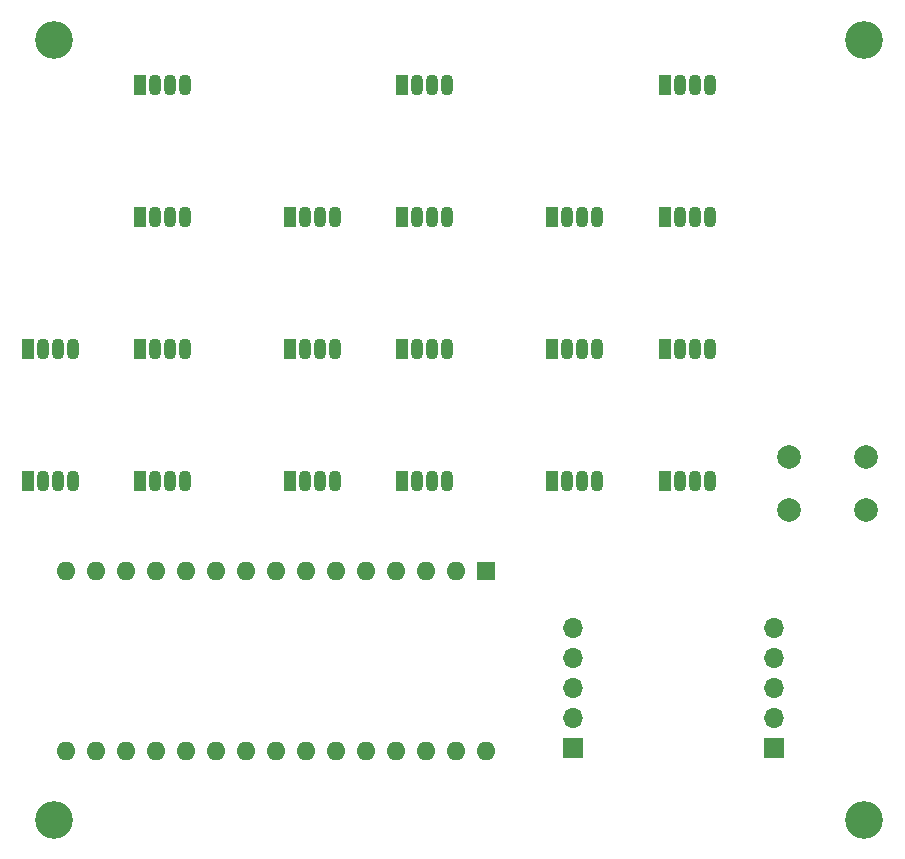
<source format=gbr>
%TF.GenerationSoftware,KiCad,Pcbnew,7.0.10-1.fc39*%
%TF.CreationDate,2024-02-18T17:05:32+01:00*%
%TF.ProjectId,BinaryClock,42696e61-7279-4436-9c6f-636b2e6b6963,rev?*%
%TF.SameCoordinates,Original*%
%TF.FileFunction,Soldermask,Bot*%
%TF.FilePolarity,Negative*%
%FSLAX46Y46*%
G04 Gerber Fmt 4.6, Leading zero omitted, Abs format (unit mm)*
G04 Created by KiCad (PCBNEW 7.0.10-1.fc39) date 2024-02-18 17:05:32*
%MOMM*%
%LPD*%
G01*
G04 APERTURE LIST*
%ADD10R,1.700000X1.700000*%
%ADD11O,1.700000X1.700000*%
%ADD12O,1.070000X1.800000*%
%ADD13R,1.070000X1.800000*%
%ADD14R,1.600000X1.600000*%
%ADD15O,1.600000X1.600000*%
%ADD16C,2.000000*%
%ADD17C,3.200000*%
G04 APERTURE END LIST*
D10*
%TO.C,J2*%
X142240000Y-92964000D03*
D11*
X142240000Y-90424000D03*
X142240000Y-87884000D03*
X142240000Y-85344000D03*
X142240000Y-82804000D03*
%TD*%
D12*
%TO.C,D7*%
X127254000Y-48006000D03*
D13*
X123444000Y-48006000D03*
D12*
X125984000Y-48006000D03*
X124714000Y-48006000D03*
%TD*%
D14*
%TO.C,A1*%
X117856000Y-77978000D03*
D15*
X115316000Y-77978000D03*
X112776000Y-77978000D03*
X110236000Y-77978000D03*
X107696000Y-77978000D03*
X105156000Y-77978000D03*
X102616000Y-77978000D03*
X100076000Y-77978000D03*
X97536000Y-77978000D03*
X94996000Y-77978000D03*
X92456000Y-77978000D03*
X89916000Y-77978000D03*
X87376000Y-77978000D03*
X84836000Y-77978000D03*
X82296000Y-77978000D03*
X82296000Y-93218000D03*
X84836000Y-93218000D03*
X87376000Y-93218000D03*
X89916000Y-93218000D03*
X92456000Y-93218000D03*
X94996000Y-93218000D03*
X97536000Y-93218000D03*
X100076000Y-93218000D03*
X102616000Y-93218000D03*
X105156000Y-93218000D03*
X107696000Y-93218000D03*
X110236000Y-93218000D03*
X112776000Y-93218000D03*
X115316000Y-93218000D03*
X117856000Y-93218000D03*
%TD*%
D12*
%TO.C,D17*%
X92349000Y-48006000D03*
D13*
X88539000Y-48006000D03*
D12*
X91079000Y-48006000D03*
X89809000Y-48006000D03*
%TD*%
%TO.C,D8*%
X114554000Y-70358000D03*
D13*
X110744000Y-70358000D03*
D12*
X113284000Y-70358000D03*
X112014000Y-70358000D03*
%TD*%
%TO.C,D1*%
X136759000Y-70358000D03*
D13*
X132949000Y-70358000D03*
D12*
X135489000Y-70358000D03*
X134219000Y-70358000D03*
%TD*%
%TO.C,D18*%
X92349000Y-36830000D03*
D13*
X88539000Y-36830000D03*
D12*
X91079000Y-36830000D03*
X89809000Y-36830000D03*
%TD*%
D16*
%TO.C,SW1*%
X143510000Y-68326000D03*
X150010000Y-68326000D03*
X143510000Y-72826000D03*
X150010000Y-72826000D03*
%TD*%
D17*
%TO.C,REF\u002A\u002A*%
X81280000Y-99060000D03*
%TD*%
D12*
%TO.C,D14*%
X105049000Y-48006000D03*
D13*
X101239000Y-48006000D03*
D12*
X103779000Y-48006000D03*
X102509000Y-48006000D03*
%TD*%
%TO.C,D2*%
X136759000Y-59182000D03*
D13*
X132949000Y-59182000D03*
D12*
X135489000Y-59182000D03*
X134219000Y-59182000D03*
%TD*%
D17*
%TO.C,REF\u002A\u002A*%
X149860000Y-33020000D03*
%TD*%
D12*
%TO.C,D6*%
X127254000Y-59182000D03*
D13*
X123444000Y-59182000D03*
D12*
X125984000Y-59182000D03*
X124714000Y-59182000D03*
%TD*%
%TO.C,D3*%
X136759000Y-48006000D03*
D13*
X132949000Y-48006000D03*
D12*
X135489000Y-48006000D03*
X134219000Y-48006000D03*
%TD*%
%TO.C,D4*%
X136759000Y-36830000D03*
D13*
X132949000Y-36830000D03*
D12*
X135489000Y-36830000D03*
X134219000Y-36830000D03*
%TD*%
%TO.C,D11*%
X114554000Y-36830000D03*
D13*
X110744000Y-36830000D03*
D12*
X113284000Y-36830000D03*
X112014000Y-36830000D03*
%TD*%
%TO.C,D16*%
X92352000Y-59182000D03*
D13*
X88542000Y-59182000D03*
D12*
X91082000Y-59182000D03*
X89812000Y-59182000D03*
%TD*%
%TO.C,D20*%
X82852000Y-59182000D03*
D13*
X79042000Y-59182000D03*
D12*
X81582000Y-59182000D03*
X80312000Y-59182000D03*
%TD*%
%TO.C,D12*%
X105052000Y-70358000D03*
D13*
X101242000Y-70358000D03*
D12*
X103782000Y-70358000D03*
X102512000Y-70358000D03*
%TD*%
%TO.C,D5*%
X127254000Y-70358000D03*
D13*
X123444000Y-70358000D03*
D12*
X125984000Y-70358000D03*
X124714000Y-70358000D03*
%TD*%
D17*
%TO.C,REF\u002A\u002A*%
X81280000Y-33020000D03*
%TD*%
D12*
%TO.C,D15*%
X92352000Y-70358000D03*
D13*
X88542000Y-70358000D03*
D12*
X91082000Y-70358000D03*
X89812000Y-70358000D03*
%TD*%
%TO.C,D13*%
X105052000Y-59182000D03*
D13*
X101242000Y-59182000D03*
D12*
X103782000Y-59182000D03*
X102512000Y-59182000D03*
%TD*%
%TO.C,D9*%
X114554000Y-59182000D03*
D13*
X110744000Y-59182000D03*
D12*
X113284000Y-59182000D03*
X112014000Y-59182000D03*
%TD*%
D17*
%TO.C,REF\u002A\u002A*%
X149860000Y-99060000D03*
%TD*%
D10*
%TO.C,J1*%
X125222000Y-92964000D03*
D11*
X125222000Y-90424000D03*
X125222000Y-87884000D03*
X125222000Y-85344000D03*
X125222000Y-82804000D03*
%TD*%
D12*
%TO.C,D10*%
X114554000Y-48006000D03*
D13*
X110744000Y-48006000D03*
D12*
X113284000Y-48006000D03*
X112014000Y-48006000D03*
%TD*%
%TO.C,D19*%
X82852000Y-70358000D03*
D13*
X79042000Y-70358000D03*
D12*
X81582000Y-70358000D03*
X80312000Y-70358000D03*
%TD*%
M02*

</source>
